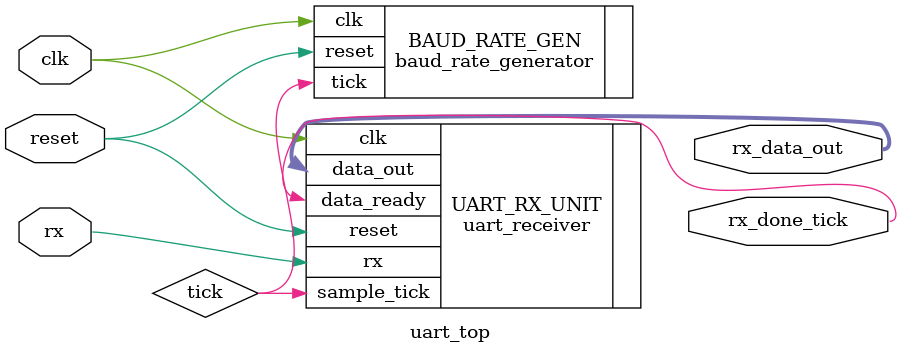
<source format=v>




module uart_top
    #(
        parameter   DBITS = 8,          // number of data bits in a word
                    SB_TICK = 16       // number of stop bit / oversampling ticks
    )
    (
        input clk,               		// clock
        input reset,                    // reset
        input rx,                       // serial data in
        output [DBITS-1:0] rx_data_out, // data to Rx FIFO
		output rx_done_tick
    );
    
    // Connection Signals
    wire tick;                          // sample tick from baud rate generator
    
    // Instantiate Modules for UART Core
    baud_rate_generator 
        BAUD_RATE_GEN   
        (
            .clk(clk), 
            .reset(reset),
            .tick(tick)
         );
    
    uart_receiver
        #(
            .DBITS(DBITS),
            .SB_TICK(SB_TICK)
         )
         UART_RX_UNIT
         (
            .clk(clk),
            .reset(reset),
            .rx(rx),
            .sample_tick(tick),
            .data_ready(rx_done_tick),
            .data_out(rx_data_out)
         );
    
  
endmodule


</source>
